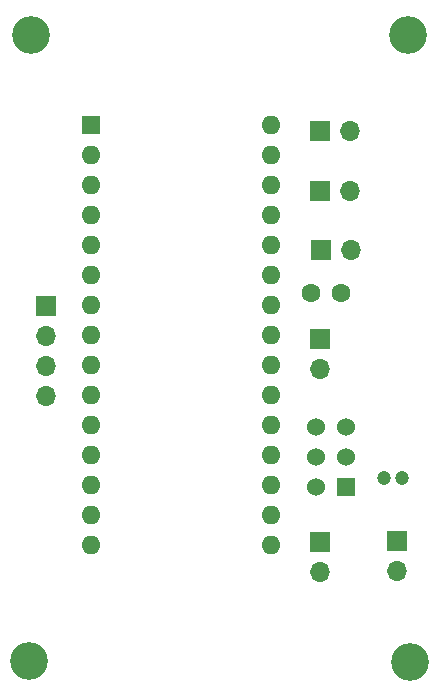
<source format=gbr>
%TF.GenerationSoftware,KiCad,Pcbnew,7.0.7*%
%TF.CreationDate,2023-10-16T17:52:53+02:00*%
%TF.ProjectId,arduino-nano-line-follower,61726475-696e-46f2-9d6e-616e6f2d6c69,0*%
%TF.SameCoordinates,Original*%
%TF.FileFunction,Soldermask,Bot*%
%TF.FilePolarity,Negative*%
%FSLAX46Y46*%
G04 Gerber Fmt 4.6, Leading zero omitted, Abs format (unit mm)*
G04 Created by KiCad (PCBNEW 7.0.7) date 2023-10-16 17:52:53*
%MOMM*%
%LPD*%
G01*
G04 APERTURE LIST*
%ADD10R,1.700000X1.700000*%
%ADD11O,1.700000X1.700000*%
%ADD12R,1.524000X1.524000*%
%ADD13C,1.524000*%
%ADD14C,3.200000*%
%ADD15C,1.200000*%
%ADD16C,1.600000*%
%ADD17R,1.600000X1.600000*%
%ADD18O,1.600000X1.600000*%
G04 APERTURE END LIST*
D10*
%TO.C,9V L298N*%
X112800000Y-81300000D03*
D11*
X112800000Y-83840000D03*
%TD*%
D12*
%TO.C,SW2*%
X115000000Y-76640000D03*
D13*
X115000000Y-74100000D03*
X115000000Y-71560000D03*
X112460000Y-71560000D03*
X112460000Y-74100000D03*
X112460000Y-76640000D03*
%TD*%
D10*
%TO.C,J6*%
X112800000Y-64100000D03*
D11*
X112800000Y-66640000D03*
%TD*%
D10*
%TO.C,J4*%
X112825000Y-51600000D03*
D11*
X115365000Y-51600000D03*
%TD*%
D10*
%TO.C,BT1*%
X119300000Y-81200000D03*
D11*
X119300000Y-83740000D03*
%TD*%
D14*
%TO.C,REF\u002A\u002A*%
X88200000Y-91400000D03*
%TD*%
%TO.C,REF\u002A\u002A*%
X120400000Y-91500000D03*
%TD*%
D15*
%TO.C,C2*%
X118250000Y-75860000D03*
X119750000Y-75860000D03*
%TD*%
D16*
%TO.C,C1*%
X112085000Y-60200000D03*
X114585000Y-60200000D03*
%TD*%
D10*
%TO.C,J1*%
X89600000Y-61300000D03*
D11*
X89600000Y-63840000D03*
X89600000Y-66380000D03*
X89600000Y-68920000D03*
%TD*%
D14*
%TO.C,REF\u002A\u002A*%
X120300000Y-38400000D03*
%TD*%
%TO.C,REF\u002A\u002A*%
X88300000Y-38400000D03*
%TD*%
D17*
%TO.C,A1*%
X93460000Y-46020000D03*
D18*
X93460000Y-48560000D03*
X93460000Y-51100000D03*
X93460000Y-53640000D03*
X93460000Y-56180000D03*
X93460000Y-58720000D03*
X93460000Y-61260000D03*
X93460000Y-63800000D03*
X93460000Y-66340000D03*
X93460000Y-68880000D03*
X93460000Y-71420000D03*
X93460000Y-73960000D03*
X93460000Y-76500000D03*
X93460000Y-79040000D03*
X93460000Y-81580000D03*
X108700000Y-81580000D03*
X108700000Y-79040000D03*
X108700000Y-76500000D03*
X108700000Y-73960000D03*
X108700000Y-71420000D03*
X108700000Y-68880000D03*
X108700000Y-66340000D03*
X108700000Y-63800000D03*
X108700000Y-61260000D03*
X108700000Y-58720000D03*
X108700000Y-56180000D03*
X108700000Y-53640000D03*
X108700000Y-51100000D03*
X108700000Y-48560000D03*
X108700000Y-46020000D03*
%TD*%
D10*
%TO.C,J2*%
X112850000Y-46475000D03*
D11*
X115390000Y-46475000D03*
%TD*%
D10*
%TO.C,J3*%
X112860000Y-56575000D03*
D11*
X115400000Y-56575000D03*
%TD*%
M02*

</source>
